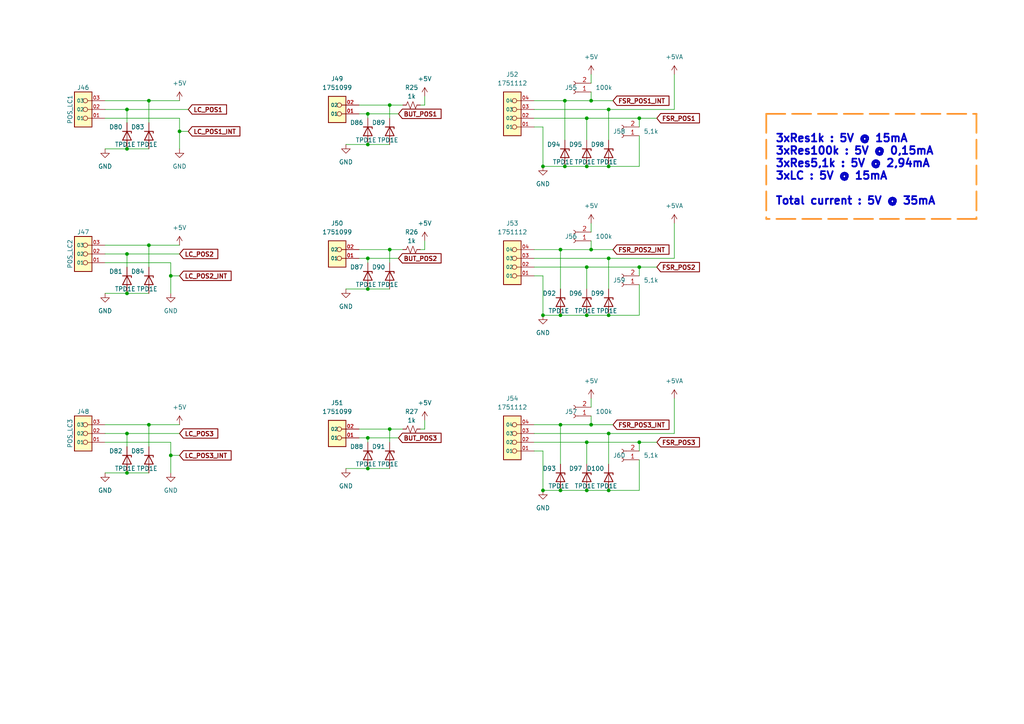
<source format=kicad_sch>
(kicad_sch (version 20211123) (generator eeschema)
  (paper "A4")
  (lib_symbols
    (symbol "Connector:Conn_01x02_Female" (pin_names (offset 1.016) hide)
      (property "Reference" "J" (at 0 2.54 0))
      (property "Value" "Conn_01x02_Female" (at 0 -5.08 0))
      (symbol "Conn_01x02_Female_1_1"
        (arc (start 0 -2.032) (mid -0.508 -2.54) (end 0 -3.048) (stroke (width 0.1524)))
        (polyline (pts (xy -1.27 -2.54) (xy -0.508 -2.54)) (stroke (width 0.1524)))
        (polyline (pts (xy -1.27 0) (xy -0.508 0)) (stroke (width 0.1524)))
        (arc (start 0 0.508) (mid -0.508 0) (end 0 -0.508) (stroke (width 0.1524)))
        (pin passive line (at -5.08 0 0) (length 3.81) (name "Pin_1") (number "1"))
        (pin passive line (at -5.08 -2.54 0) (length 3.81) (name "Pin_2") (number "2"))
      )
    )
    (symbol "Device:D_Zener" (pin_numbers hide) (pin_names (offset 1.016) hide)
      (property "Reference" "D" (at 0 2.54 0))
      (property "Value" "D_Zener" (at 0 -2.54 0))
      (symbol "D_Zener_0_1"
        (polyline (pts (xy 1.27 0) (xy -1.27 0)))
        (polyline (pts (xy -1.27 -1.27) (xy -1.27 1.27) (xy -0.762 1.27)) (stroke (width 0.254)))
        (polyline (pts (xy 1.27 -1.27) (xy 1.27 1.27) (xy -1.27 0) (xy 1.27 -1.27)) (stroke (width 0.254)))
      )
      (symbol "D_Zener_1_1"
        (pin passive line (at -3.81 0 0) (length 2.54) (name "K") (number "1"))
        (pin passive line (at 3.81 0 180) (length 2.54) (name "A") (number "2"))
      )
    )
    (symbol "Device:R_Small_US" (pin_numbers hide) (pin_names (offset 0.254) hide)
      (property "Reference" "R" (at 0.762 0.508 0))
      (property "Value" "R_Small_US" (at 0.762 -1.016 0))
      (symbol "R_Small_US_1_1"
        (polyline (pts (xy 0 0) (xy 1.016 -0.381) (xy 0 -0.762) (xy -1.016 -1.143) (xy 0 -1.524)))
        (polyline (pts (xy 0 1.524) (xy 1.016 1.143) (xy 0 0.762) (xy -1.016 0.381) (xy 0 0)))
        (pin passive line (at 0 2.54 270) (length 1.016) (name "~") (number "1"))
        (pin passive line (at 0 -2.54 90) (length 1.016) (name "~") (number "2"))
      )
    )
    (symbol "SymLib:1751099" (pin_names (offset 1.016))
      (property "Reference" "J" (at -6.85 5.08 0))
      (property "Value" "1751099" (at -6.35 -5.08 0))
      (symbol "1751099_0_0"
        (rectangle (start -6.35 5.08) (end -1.27 -2.54) (stroke (width 0.254)) (fill (type background)))
        (circle (center -4.445 0) (radius 0.635) (stroke (width 0.1524)))
        (circle (center -4.445 2.54) (radius 0.635) (stroke (width 0.1524)))
        (pin passive line (at -10.16 2.54 0) (length 5.08) (name "01") (number "01"))
        (pin passive line (at -10.16 0 0) (length 5.08) (name "02") (number "02"))
      )
    )
    (symbol "SymLib:1751109" (pin_names (offset 1.016))
      (property "Reference" "J" (at -6.85 5.08 0))
      (property "Value" "1751109" (at -6.35 -7.62 0))
      (symbol "1751109_0_0"
        (rectangle (start -6.35 5.08) (end -1.27 -5.08) (stroke (width 0.254)) (fill (type background)))
        (circle (center -4.445 -2.54) (radius 0.635) (stroke (width 0.1524)))
        (circle (center -4.445 0) (radius 0.635) (stroke (width 0.1524)))
        (circle (center -4.445 2.54) (radius 0.635) (stroke (width 0.1524)))
        (pin passive line (at -10.16 2.54 0) (length 5.08) (name "01") (number "01"))
        (pin passive line (at -10.16 0 0) (length 5.08) (name "02") (number "02"))
        (pin passive line (at -10.16 -2.54 0) (length 5.08) (name "03") (number "03"))
      )
    )
    (symbol "SymLib:1751112" (pin_names (offset 1.016))
      (property "Reference" "J" (at -6.85 7.62 0))
      (property "Value" "1751112" (at -6.35 -7.62 0))
      (symbol "1751112_0_0"
        (rectangle (start -6.35 7.62) (end -1.27 -5.08) (stroke (width 0.254)) (fill (type background)))
        (circle (center -4.445 -2.54) (radius 0.635) (stroke (width 0.1524)))
        (circle (center -4.445 0) (radius 0.635) (stroke (width 0.1524)))
        (circle (center -4.445 2.54) (radius 0.635) (stroke (width 0.1524)))
        (circle (center -4.445 5.08) (radius 0.635) (stroke (width 0.1524)))
        (pin passive line (at -10.16 5.08 0) (length 5.08) (name "01") (number "01"))
        (pin passive line (at -10.16 2.54 0) (length 5.08) (name "02") (number "02"))
        (pin passive line (at -10.16 0 0) (length 5.08) (name "03") (number "03"))
        (pin passive line (at -10.16 -2.54 0) (length 5.08) (name "04") (number "04"))
      )
    )
    (symbol "power:+5V" (power) (pin_names (offset 0))
      (property "Value" "+5V" (at 0 3.556 0))
      (symbol "+5V_0_1"
        (polyline (pts (xy -0.762 1.27) (xy 0 2.54)))
        (polyline (pts (xy 0 0) (xy 0 2.54)))
        (polyline (pts (xy 0 2.54) (xy 0.762 1.27)))
      )
      (symbol "+5V_1_1"
        (pin power_in line (at 0 0 90) (length 0) hide (name "+5V") (number "1"))
      )
    )
    (symbol "power:+5VA" (power) (pin_names (offset 0))
      (property "Value" "+5VA" (at 0 3.556 0))
      (symbol "+5VA_0_1"
        (polyline (pts (xy -0.762 1.27) (xy 0 2.54)))
        (polyline (pts (xy 0 0) (xy 0 2.54)))
        (polyline (pts (xy 0 2.54) (xy 0.762 1.27)))
      )
      (symbol "+5VA_1_1"
        (pin power_in line (at 0 0 90) (length 0) hide (name "+5VA") (number "1"))
      )
    )
    (symbol "power:GND" (power) (pin_names (offset 0))
      (property "Value" "GND" (at 0 -3.81 0))
      (symbol "GND_0_1"
        (polyline (pts (xy 0 0) (xy 0 -1.27) (xy 1.27 -1.27) (xy 0 -2.54) (xy -1.27 -1.27) (xy 0 -1.27)))
      )
      (symbol "GND_1_1"
        (pin power_in line (at 0 0 270) (length 0) hide (name "GND") (number "1"))
      )
    )
  )
  (junction (at 157.48 48.26))
  (junction (at 36.83 73.66))
  (junction (at 185.42 34.29))
  (junction (at 36.83 125.73))
  (junction (at 106.68 41.91))
  (junction (at 170.18 48.26))
  (junction (at 113.03 124.46))
  (junction (at 170.18 142.24))
  (junction (at 43.18 123.19))
  (junction (at 176.53 142.24))
  (junction (at 162.56 72.39))
  (junction (at 171.45 123.19))
  (junction (at 171.45 29.21))
  (junction (at 52.07 38.1))
  (junction (at 163.83 48.26))
  (junction (at 176.53 74.93))
  (junction (at 176.53 125.73))
  (junction (at 162.56 123.19))
  (junction (at 43.18 29.21))
  (junction (at 106.68 83.82))
  (junction (at 185.42 128.27))
  (junction (at 36.83 31.75))
  (junction (at 49.53 80.01))
  (junction (at 162.56 142.24))
  (junction (at 49.53 132.08))
  (junction (at 170.18 91.44))
  (junction (at 157.48 142.24))
  (junction (at 176.53 48.26))
  (junction (at 163.83 29.21))
  (junction (at 170.18 77.47))
  (junction (at 185.42 77.47))
  (junction (at 36.83 85.09))
  (junction (at 157.48 91.44))
  (junction (at 106.68 33.02))
  (junction (at 113.03 72.39))
  (junction (at 162.56 91.44))
  (junction (at 176.53 31.75))
  (junction (at 106.68 127))
  (junction (at 36.83 43.18))
  (junction (at 170.18 128.27))
  (junction (at 176.53 91.44))
  (junction (at 113.03 30.48))
  (junction (at 36.83 137.16))
  (junction (at 106.68 74.93))
  (junction (at 43.18 71.12))
  (junction (at 171.45 72.39))
  (junction (at 170.18 34.29))
  (junction (at 106.68 135.89))
  (wire (pts (xy 106.68 128.27) (xy 106.68 127)))
  (wire (pts (xy 170.18 142.24) (xy 176.53 142.24)))
  (wire (pts (xy 154.94 125.73) (xy 176.53 125.73)))
  (polyline (pts (xy 222.25 33.02) (xy 283.21 33.02)) (stroke (width 0.5) (type dash) (color 255 148 44 1)))
  (wire (pts (xy 170.18 77.47) (xy 185.42 77.47)))
  (wire (pts (xy 52.07 38.1) (xy 54.61 38.1)))
  (wire (pts (xy 30.48 43.18) (xy 36.83 43.18)))
  (wire (pts (xy 185.42 77.47) (xy 185.42 80.01)))
  (wire (pts (xy 104.14 124.46) (xy 113.03 124.46)))
  (wire (pts (xy 176.53 31.75) (xy 195.58 31.75)))
  (wire (pts (xy 157.48 36.83) (xy 157.48 48.26)))
  (wire (pts (xy 106.68 135.89) (xy 113.03 135.89)))
  (wire (pts (xy 154.94 80.01) (xy 157.48 80.01)))
  (wire (pts (xy 30.48 128.27) (xy 49.53 128.27)))
  (wire (pts (xy 163.83 29.21) (xy 154.94 29.21)))
  (wire (pts (xy 185.42 34.29) (xy 190.5 34.29)))
  (wire (pts (xy 170.18 128.27) (xy 154.94 128.27)))
  (polyline (pts (xy 283.21 33.02) (xy 283.21 63.5)) (stroke (width 0.5) (type dash) (color 255 148 44 1)))
  (wire (pts (xy 36.83 125.73) (xy 52.07 125.73)))
  (wire (pts (xy 30.48 71.12) (xy 43.18 71.12)))
  (wire (pts (xy 154.94 74.93) (xy 176.53 74.93)))
  (wire (pts (xy 36.83 137.16) (xy 43.18 137.16)))
  (wire (pts (xy 171.45 72.39) (xy 177.8 72.39)))
  (wire (pts (xy 30.48 125.73) (xy 36.83 125.73)))
  (wire (pts (xy 185.42 77.47) (xy 190.5 77.47)))
  (wire (pts (xy 123.19 121.92) (xy 123.19 124.46)))
  (wire (pts (xy 49.53 80.01) (xy 49.53 85.09)))
  (wire (pts (xy 171.45 24.13) (xy 171.45 21.59)))
  (wire (pts (xy 115.57 127) (xy 106.68 127)))
  (wire (pts (xy 36.83 85.09) (xy 43.18 85.09)))
  (wire (pts (xy 30.48 34.29) (xy 52.07 34.29)))
  (wire (pts (xy 157.48 80.01) (xy 157.48 91.44)))
  (wire (pts (xy 195.58 115.57) (xy 195.58 125.73)))
  (wire (pts (xy 170.18 34.29) (xy 154.94 34.29)))
  (wire (pts (xy 36.83 73.66) (xy 52.07 73.66)))
  (wire (pts (xy 163.83 29.21) (xy 163.83 40.64)))
  (wire (pts (xy 171.45 69.85) (xy 171.45 72.39)))
  (wire (pts (xy 36.83 73.66) (xy 36.83 77.47)))
  (wire (pts (xy 170.18 34.29) (xy 185.42 34.29)))
  (wire (pts (xy 185.42 128.27) (xy 190.5 128.27)))
  (wire (pts (xy 30.48 137.16) (xy 36.83 137.16)))
  (wire (pts (xy 113.03 72.39) (xy 113.03 76.2)))
  (wire (pts (xy 106.68 34.29) (xy 106.68 33.02)))
  (wire (pts (xy 171.45 120.65) (xy 171.45 123.19)))
  (wire (pts (xy 185.42 128.27) (xy 185.42 130.81)))
  (wire (pts (xy 43.18 123.19) (xy 52.07 123.19)))
  (wire (pts (xy 52.07 38.1) (xy 52.07 43.18)))
  (wire (pts (xy 43.18 71.12) (xy 43.18 77.47)))
  (wire (pts (xy 185.42 91.44) (xy 176.53 91.44)))
  (wire (pts (xy 185.42 39.37) (xy 185.42 48.26)))
  (wire (pts (xy 170.18 91.44) (xy 176.53 91.44)))
  (wire (pts (xy 115.57 74.93) (xy 106.68 74.93)))
  (wire (pts (xy 100.33 83.82) (xy 106.68 83.82)))
  (wire (pts (xy 30.48 76.2) (xy 49.53 76.2)))
  (wire (pts (xy 154.94 31.75) (xy 176.53 31.75)))
  (wire (pts (xy 170.18 128.27) (xy 185.42 128.27)))
  (wire (pts (xy 43.18 123.19) (xy 43.18 129.54)))
  (wire (pts (xy 123.19 69.85) (xy 123.19 72.39)))
  (wire (pts (xy 157.48 91.44) (xy 162.56 91.44)))
  (wire (pts (xy 30.48 29.21) (xy 43.18 29.21)))
  (wire (pts (xy 52.07 34.29) (xy 52.07 38.1)))
  (wire (pts (xy 123.19 27.94) (xy 123.19 30.48)))
  (wire (pts (xy 36.83 43.18) (xy 43.18 43.18)))
  (wire (pts (xy 113.03 30.48) (xy 116.84 30.48)))
  (wire (pts (xy 170.18 48.26) (xy 176.53 48.26)))
  (wire (pts (xy 171.45 29.21) (xy 163.83 29.21)))
  (wire (pts (xy 100.33 41.91) (xy 106.68 41.91)))
  (wire (pts (xy 185.42 48.26) (xy 176.53 48.26)))
  (wire (pts (xy 185.42 133.35) (xy 185.42 142.24)))
  (wire (pts (xy 170.18 34.29) (xy 170.18 40.64)))
  (wire (pts (xy 30.48 85.09) (xy 36.83 85.09)))
  (wire (pts (xy 171.45 67.31) (xy 171.45 64.77)))
  (wire (pts (xy 195.58 64.77) (xy 195.58 74.93)))
  (wire (pts (xy 123.19 30.48) (xy 121.92 30.48)))
  (wire (pts (xy 30.48 123.19) (xy 43.18 123.19)))
  (wire (pts (xy 162.56 123.19) (xy 154.94 123.19)))
  (wire (pts (xy 49.53 80.01) (xy 52.07 80.01)))
  (wire (pts (xy 176.53 74.93) (xy 195.58 74.93)))
  (wire (pts (xy 123.19 72.39) (xy 121.92 72.39)))
  (wire (pts (xy 106.68 74.93) (xy 104.14 74.93)))
  (wire (pts (xy 36.83 31.75) (xy 54.61 31.75)))
  (wire (pts (xy 100.33 135.89) (xy 106.68 135.89)))
  (wire (pts (xy 163.83 48.26) (xy 170.18 48.26)))
  (wire (pts (xy 185.42 82.55) (xy 185.42 91.44)))
  (wire (pts (xy 113.03 30.48) (xy 113.03 34.29)))
  (wire (pts (xy 123.19 124.46) (xy 121.92 124.46)))
  (wire (pts (xy 195.58 21.59) (xy 195.58 31.75)))
  (wire (pts (xy 162.56 142.24) (xy 170.18 142.24)))
  (wire (pts (xy 43.18 29.21) (xy 43.18 35.56)))
  (polyline (pts (xy 283.21 63.5) (xy 222.25 63.5)) (stroke (width 0.5) (type dash) (color 255 148 44 1)))
  (wire (pts (xy 171.45 72.39) (xy 162.56 72.39)))
  (wire (pts (xy 106.68 76.2) (xy 106.68 74.93)))
  (wire (pts (xy 104.14 30.48) (xy 113.03 30.48)))
  (wire (pts (xy 154.94 36.83) (xy 157.48 36.83)))
  (wire (pts (xy 185.42 34.29) (xy 185.42 36.83)))
  (wire (pts (xy 30.48 73.66) (xy 36.83 73.66)))
  (wire (pts (xy 157.48 130.81) (xy 157.48 142.24)))
  (wire (pts (xy 185.42 142.24) (xy 176.53 142.24)))
  (wire (pts (xy 106.68 127) (xy 104.14 127)))
  (wire (pts (xy 171.45 123.19) (xy 162.56 123.19)))
  (wire (pts (xy 49.53 128.27) (xy 49.53 132.08)))
  (wire (pts (xy 162.56 72.39) (xy 154.94 72.39)))
  (wire (pts (xy 113.03 124.46) (xy 116.84 124.46)))
  (wire (pts (xy 162.56 91.44) (xy 170.18 91.44)))
  (wire (pts (xy 49.53 132.08) (xy 49.53 137.16)))
  (wire (pts (xy 171.45 26.67) (xy 171.45 29.21)))
  (wire (pts (xy 162.56 72.39) (xy 162.56 83.82)))
  (wire (pts (xy 49.53 76.2) (xy 49.53 80.01)))
  (wire (pts (xy 170.18 77.47) (xy 154.94 77.47)))
  (wire (pts (xy 170.18 77.47) (xy 170.18 83.82)))
  (wire (pts (xy 106.68 41.91) (xy 113.03 41.91)))
  (wire (pts (xy 176.53 74.93) (xy 176.53 83.82)))
  (wire (pts (xy 115.57 33.02) (xy 106.68 33.02)))
  (wire (pts (xy 171.45 29.21) (xy 177.8 29.21)))
  (wire (pts (xy 176.53 31.75) (xy 176.53 40.64)))
  (wire (pts (xy 36.83 31.75) (xy 36.83 35.56)))
  (wire (pts (xy 43.18 29.21) (xy 52.07 29.21)))
  (wire (pts (xy 154.94 130.81) (xy 157.48 130.81)))
  (wire (pts (xy 176.53 125.73) (xy 195.58 125.73)))
  (wire (pts (xy 170.18 128.27) (xy 170.18 134.62)))
  (wire (pts (xy 30.48 31.75) (xy 36.83 31.75)))
  (wire (pts (xy 157.48 142.24) (xy 162.56 142.24)))
  (wire (pts (xy 36.83 125.73) (xy 36.83 129.54)))
  (polyline (pts (xy 222.25 33.02) (xy 222.25 63.5)) (stroke (width 0.5) (type dash) (color 255 148 44 1)))
  (wire (pts (xy 162.56 123.19) (xy 162.56 134.62)))
  (wire (pts (xy 113.03 72.39) (xy 116.84 72.39)))
  (wire (pts (xy 176.53 125.73) (xy 176.53 134.62)))
  (wire (pts (xy 106.68 83.82) (xy 113.03 83.82)))
  (wire (pts (xy 43.18 71.12) (xy 52.07 71.12)))
  (wire (pts (xy 171.45 123.19) (xy 177.8 123.19)))
  (wire (pts (xy 113.03 124.46) (xy 113.03 128.27)))
  (wire (pts (xy 49.53 132.08) (xy 52.07 132.08)))
  (wire (pts (xy 104.14 72.39) (xy 113.03 72.39)))
  (wire (pts (xy 171.45 118.11) (xy 171.45 115.57)))
  (wire (pts (xy 106.68 33.02) (xy 104.14 33.02)))
  (wire (pts (xy 157.48 48.26) (xy 163.83 48.26)))
  (text "3xRes1k : 5V @ 15mA\n3xRes100k : 5V @ 0,15mA\n3xRes5,1k : 5V @ 2,94mA\n3xLC : 5V @ 15mA\n\nTotal current : 5V @ 35mA" (at 224.79 59.69 0) (effects (font (size 2.25 2.25) (thickness 0.5) bold) (justify left bottom)))
  (global_label "LC_POS1_INT" (shape input) (at 54.61 38.1 0) (effects (font bold)) (property "Intersheet References" "${INTERSHEET_REFS}" (effects hide)))
  (global_label "BUT_POS2" (shape input) (at 115.57 74.93 0) (effects (font (thickness 0.254) bold)) (property "Intersheet References" "${INTERSHEET_REFS}" (effects hide)))
  (global_label "FSR_POS1_INT" (shape input) (at 177.8 29.21 0) (effects (font (thickness 0.254) bold)) (property "Intersheet References" "${INTERSHEET_REFS}" (effects hide)))
  (global_label "BUT_POS1" (shape input) (at 115.57 33.02 0) (effects (font (thickness 0.254) bold)) (property "Intersheet References" "${INTERSHEET_REFS}" (effects hide)))
  (global_label "FSR_POS1" (shape input) (at 190.5 34.29 0) (effects (font (thickness 0.254) bold)) (property "Intersheet References" "${INTERSHEET_REFS}" (effects hide)))
  (global_label "BUT_POS3" (shape input) (at 115.57 127 0) (effects (font (thickness 0.254) bold)) (property "Intersheet References" "${INTERSHEET_REFS}" (effects hide)))
  (global_label "FSR_POS2_INT" (shape input) (at 177.8 72.39 0) (effects (font (thickness 0.254) bold)) (property "Intersheet References" "${INTERSHEET_REFS}" (effects hide)))
  (global_label "LC_POS2_INT" (shape input) (at 52.07 80.01 0) (effects (font bold)) (property "Intersheet References" "${INTERSHEET_REFS}" (effects hide)))
  (global_label "FSR_POS3_INT" (shape input) (at 177.8 123.19 0) (effects (font (thickness 0.254) bold)) (property "Intersheet References" "${INTERSHEET_REFS}" (effects hide)))
  (global_label "FSR_POS3" (shape input) (at 190.5 128.27 0) (effects (font (thickness 0.254) bold)) (property "Intersheet References" "${INTERSHEET_REFS}" (effects hide)))
  (global_label "LC_POS1" (shape input) (at 54.61 31.75 0) (effects (font (thickness 0.254) bold)) (property "Intersheet References" "${INTERSHEET_REFS}" (effects hide)))
  (global_label "LC_POS3_INT" (shape input) (at 52.07 132.08 0) (effects (font bold)) (property "Intersheet References" "${INTERSHEET_REFS}" (effects hide)))
  (global_label "FSR_POS2" (shape input) (at 190.5 77.47 0) (effects (font (thickness 0.254) bold)) (property "Intersheet References" "${INTERSHEET_REFS}" (effects hide)))
  (global_label "LC_POS3" (shape input) (at 52.07 125.73 0) (effects (font (thickness 0.254) bold)) (property "Intersheet References" "${INTERSHEET_REFS}" (effects hide)))
  (global_label "LC_POS2" (shape input) (at 52.07 73.66 0) (effects (font (thickness 0.254) bold)) (property "Intersheet References" "${INTERSHEET_REFS}" (effects hide)))
  (symbol (lib_id "Device:D_Zener") (at 43.18 81.28 270) (unit 1)
    (property "Reference" "D84" (at 41.91 78.74 90) (effects (justify right)))
    (property "Value" "TPD1E" (at 45.72 83.82 90) (effects (justify right)))
    (property "Footprint" "FootPrint:DPY2_TEX" (effects hide))
  )
  (symbol (lib_id "Device:D_Zener") (at 43.18 133.35 270) (unit 1)
    (property "Reference" "D85" (at 41.91 130.81 90) (effects (justify right)))
    (property "Value" "TPD1E" (at 45.72 135.89 90) (effects (justify right)))
    (property "Footprint" "FootPrint:DPY2_TEX" (effects hide))
  )
  (symbol (lib_id "power:+5V") (at 52.07 71.12 0) (unit 1)
    (property "Reference" "#PWR0100" (effects hide))
    (property "Value" "+5V" (at 52.07 66.04 0))
  )
  (symbol (lib_id "power:GND") (at 157.48 48.26 0) (unit 1)
    (property "Reference" "#PWR0108" (effects hide))
    (property "Value" "GND" (at 157.48 53.34 0))
  )
  (symbol (lib_id "power:+5V") (at 52.07 29.21 0) (unit 1)
    (property "Reference" "#PWR098" (effects hide))
    (property "Value" "+5V" (at 52.07 24.13 0))
  )
  (symbol (lib_id "Device:D_Zener") (at 170.18 138.43 270) (unit 1)
    (property "Reference" "D97" (at 168.91 135.89 90) (effects (justify right)))
    (property "Value" "TPD1E" (at 172.72 140.97 90) (effects (justify right)))
    (property "Footprint" "FootPrint:DPY2_TEX" (effects hide))
  )
  (symbol (lib_id "power:+5V") (at 123.19 121.92 0) (unit 1)
    (property "Reference" "#PWR0107" (effects hide))
    (property "Value" "+5V" (at 123.19 116.84 0))
  )
  (symbol (lib_id "power:+5V") (at 123.19 69.85 0) (unit 1)
    (property "Reference" "#PWR0106" (effects hide))
    (property "Value" "+5V" (at 123.19 64.77 0))
  )
  (symbol (lib_id "SymLib:1751099") (at 93.98 124.46 180) (unit 1)
    (property "Reference" "J51" (at 97.79 116.84 0))
    (property "Value" "1751099" (at 97.79 119.38 0))
    (property "Footprint" "FootPrint:PHOENIX_1751099" (effects hide))
    (property "PARTREV" "03.03.2021" (effects hide))
    (property "STANDARD" "Manufacturer Recommendations" (effects hide))
    (property "MANUFACTURER" "Phoenix Contact" (effects hide))
  )
  (symbol (lib_id "Device:D_Zener") (at 113.03 132.08 270) (unit 1)
    (property "Reference" "D91" (at 111.76 129.54 90) (effects (justify right)))
    (property "Value" "TPD1E" (at 115.57 134.62 90) (effects (justify right)))
    (property "Footprint" "FootPrint:DPY2_TEX" (effects hide))
  )
  (symbol (lib_id "power:GND") (at 100.33 135.89 0) (unit 1)
    (property "Reference" "#PWR0104" (effects hide))
    (property "Value" "GND" (at 100.33 140.97 0))
  )
  (symbol (lib_id "power:GND") (at 157.48 142.24 0) (unit 1)
    (property "Reference" "#PWR0110" (effects hide))
    (property "Value" "GND" (at 157.48 147.32 0))
  )
  (symbol (lib_id "power:+5V") (at 52.07 123.19 0) (unit 1)
    (property "Reference" "#PWR0101" (effects hide))
    (property "Value" "+5V" (at 52.07 118.11 0))
  )
  (symbol (lib_id "Device:D_Zener") (at 176.53 138.43 270) (unit 1)
    (property "Reference" "D100" (at 175.26 135.89 90) (effects (justify right)))
    (property "Value" "TPD1E" (at 179.07 140.97 90) (effects (justify right)))
    (property "Footprint" "FootPrint:DPY2_TEX" (effects hide))
  )
  (symbol (lib_id "Device:D_Zener") (at 162.56 138.43 270) (unit 1)
    (property "Reference" "D93" (at 161.29 135.89 90) (effects (justify right)))
    (property "Value" "TPD1E" (at 165.1 140.97 90) (effects (justify right)))
    (property "Footprint" "FootPrint:DPY2_TEX" (effects hide))
  )
  (symbol (lib_id "SymLib:1751112") (at 144.78 125.73 180) (unit 1)
    (property "Reference" "J54" (at 148.59 115.57 0))
    (property "Value" "1751112" (at 148.59 118.11 0))
    (property "Footprint" "FootPrint:PHOENIX_1751112" (effects hide))
    (property "PARTREV" "03.03.2021" (effects hide))
    (property "STANDARD" "Manufacturer Recommendations" (effects hide))
    (property "MANUFACTURER" "Phoenix Contact" (effects hide))
  )
  (symbol (lib_id "Device:D_Zener") (at 170.18 44.45 270) (unit 1)
    (property "Reference" "D95" (at 168.91 41.91 90) (effects (justify right)))
    (property "Value" "TPD1E" (at 172.72 46.99 90) (effects (justify right)))
    (property "Footprint" "FootPrint:DPY2_TEX" (effects hide))
  )
  (symbol (lib_id "Device:D_Zener") (at 36.83 133.35 270) (unit 1)
    (property "Reference" "D82" (at 35.56 130.81 90) (effects (justify right)))
    (property "Value" "TPD1E" (at 39.37 135.89 90) (effects (justify right)))
    (property "Footprint" "FootPrint:DPY2_TEX" (effects hide))
  )
  (symbol (lib_id "power:GND") (at 100.33 41.91 0) (unit 1)
    (property "Reference" "#PWR0102" (effects hide))
    (property "Value" "GND" (at 100.33 46.99 0))
  )
  (symbol (lib_id "power:+5V") (at 171.45 21.59 0) (unit 1)
    (property "Reference" "#PWR0111" (effects hide))
    (property "Value" "+5V" (at 171.45 16.51 0))
  )
  (symbol (lib_id "power:GND") (at 30.48 43.18 0) (unit 1)
    (property "Reference" "#PWR093" (effects hide))
    (property "Value" "GND" (at 30.48 48.26 0))
  )
  (symbol (lib_id "Device:D_Zener") (at 170.18 87.63 270) (unit 1)
    (property "Reference" "D96" (at 168.91 85.09 90) (effects (justify right)))
    (property "Value" "TPD1E" (at 172.72 90.17 90) (effects (justify right)))
    (property "Footprint" "FootPrint:DPY2_TEX" (effects hide))
  )
  (symbol (lib_id "SymLib:1751112") (at 144.78 31.75 180) (unit 1)
    (property "Reference" "J52" (at 148.59 21.59 0))
    (property "Value" "1751112" (at 148.59 24.13 0))
    (property "Footprint" "FootPrint:PHOENIX_1751112" (effects hide))
    (property "PARTREV" "03.03.2021" (effects hide))
    (property "STANDARD" "Manufacturer Recommendations" (effects hide))
    (property "MANUFACTURER" "Phoenix Contact" (effects hide))
  )
  (symbol (lib_id "Connector:Conn_01x02_Female") (at 180.34 39.37 180) (unit 1)
    (property "Reference" "J58" (at 177.8 38.1 0) (effects (justify right)))
    (property "Value" "5,1k" (at 186.69 38.1 0) (effects (justify right)))
    (property "Footprint" "Connector_PinHeader_2.54mm:PinHeader_1x02_P2.54mm_Vertical" (effects hide))
  )
  (symbol (lib_id "power:GND") (at 30.48 137.16 0) (unit 1)
    (property "Reference" "#PWR095" (effects hide))
    (property "Value" "GND" (at 30.48 142.24 0))
  )
  (symbol (lib_id "Device:R_Small_US") (at 119.38 30.48 90) (unit 1)
    (property "Reference" "R25" (at 119.38 25.4 90))
    (property "Value" "1k" (at 119.38 27.94 90))
    (property "Footprint" "Resistor_SMD:R_0603_1608Metric" (effects hide))
  )
  (symbol (lib_id "power:GND") (at 49.53 137.16 0) (unit 1)
    (property "Reference" "#PWR097" (effects hide))
    (property "Value" "GND" (at 49.53 142.24 0))
  )
  (symbol (lib_id "Connector:Conn_01x02_Female") (at 166.37 26.67 180) (unit 1)
    (property "Reference" "J55" (at 163.83 25.4 0) (effects (justify right)))
    (property "Value" "100k" (at 172.72 25.4 0) (effects (justify right)))
    (property "Footprint" "Connector_PinHeader_2.54mm:PinHeader_1x02_P2.54mm_Vertical" (effects hide))
  )
  (symbol (lib_id "Device:D_Zener") (at 176.53 87.63 270) (unit 1)
    (property "Reference" "D99" (at 175.26 85.09 90) (effects (justify right)))
    (property "Value" "TPD1E" (at 179.07 90.17 90) (effects (justify right)))
    (property "Footprint" "FootPrint:DPY2_TEX" (effects hide))
  )
  (symbol (lib_id "Device:D_Zener") (at 176.53 44.45 270) (unit 1)
    (property "Reference" "D98" (at 175.26 41.91 90) (effects (justify right)))
    (property "Value" "TPD1E" (at 179.07 46.99 90) (effects (justify right)))
    (property "Footprint" "FootPrint:DPY2_TEX" (effects hide))
  )
  (symbol (lib_id "Device:D_Zener") (at 113.03 38.1 270) (unit 1)
    (property "Reference" "D89" (at 111.76 35.56 90) (effects (justify right)))
    (property "Value" "TPD1E" (at 115.57 40.64 90) (effects (justify right)))
    (property "Footprint" "FootPrint:DPY2_TEX" (effects hide))
  )
  (symbol (lib_id "Device:D_Zener") (at 36.83 39.37 270) (unit 1)
    (property "Reference" "D80" (at 35.56 36.83 90) (effects (justify right)))
    (property "Value" "TPD1E" (at 39.37 41.91 90) (effects (justify right)))
    (property "Footprint" "FootPrint:DPY2_TEX" (effects hide))
  )
  (symbol (lib_id "power:GND") (at 157.48 91.44 0) (unit 1)
    (property "Reference" "#PWR0109" (effects hide))
    (property "Value" "GND" (at 157.48 96.52 0))
  )
  (symbol (lib_id "Device:R_Small_US") (at 119.38 124.46 90) (unit 1)
    (property "Reference" "R27" (at 119.38 119.38 90))
    (property "Value" "1k" (at 119.38 121.92 90))
    (property "Footprint" "Resistor_SMD:R_0603_1608Metric" (effects hide))
  )
  (symbol (lib_id "power:GND") (at 52.07 43.18 0) (unit 1)
    (property "Reference" "#PWR099" (effects hide))
    (property "Value" "GND" (at 52.07 48.26 0))
  )
  (symbol (lib_id "SymLib:1751099") (at 93.98 30.48 180) (unit 1)
    (property "Reference" "J49" (at 97.79 22.86 0))
    (property "Value" "1751099" (at 97.79 25.4 0))
    (property "Footprint" "FootPrint:PHOENIX_1751099" (effects hide))
    (property "PARTREV" "03.03.2021" (effects hide))
    (property "STANDARD" "Manufacturer Recommendations" (effects hide))
    (property "MANUFACTURER" "Phoenix Contact" (effects hide))
  )
  (symbol (lib_id "SymLib:1751112") (at 144.78 74.93 180) (unit 1)
    (property "Reference" "J53" (at 148.59 64.77 0))
    (property "Value" "1751112" (at 148.59 67.31 0))
    (property "Footprint" "FootPrint:PHOENIX_1751112" (effects hide))
    (property "PARTREV" "03.03.2021" (effects hide))
    (property "STANDARD" "Manufacturer Recommendations" (effects hide))
    (property "MANUFACTURER" "Phoenix Contact" (effects hide))
  )
  (symbol (lib_id "power:+5V") (at 123.19 27.94 0) (unit 1)
    (property "Reference" "#PWR0105" (effects hide))
    (property "Value" "+5V" (at 123.19 22.86 0))
  )
  (symbol (lib_id "Connector:Conn_01x02_Female") (at 180.34 133.35 180) (unit 1)
    (property "Reference" "J60" (at 177.8 132.08 0) (effects (justify right)))
    (property "Value" "5,1k" (at 186.69 132.08 0) (effects (justify right)))
    (property "Footprint" "Connector_PinHeader_2.54mm:PinHeader_1x02_P2.54mm_Vertical" (effects hide))
  )
  (symbol (lib_id "SymLib:1751109") (at 20.32 73.66 180) (unit 1)
    (property "Reference" "J47" (at 24.13 67.31 0))
    (property "Value" "POS_LC2" (at 20.32 73.66 90))
    (property "Footprint" "FootPrint:PHOENIX_1751109" (effects hide))
    (property "PARTREV" "03.03.2021" (effects hide))
    (property "STANDARD" "Manufacturer Recommendations" (effects hide))
    (property "MANUFACTURER" "Phoenix Contact" (effects hide))
  )
  (symbol (lib_id "power:GND") (at 30.48 85.09 0) (unit 1)
    (property "Reference" "#PWR094" (effects hide))
    (property "Value" "GND" (at 30.48 90.17 0))
  )
  (symbol (lib_id "Connector:Conn_01x02_Female") (at 166.37 69.85 180) (unit 1)
    (property "Reference" "J56" (at 163.83 68.58 0) (effects (justify right)))
    (property "Value" "100k" (at 172.72 68.58 0) (effects (justify right)))
    (property "Footprint" "Connector_PinHeader_2.54mm:PinHeader_1x02_P2.54mm_Vertical" (effects hide))
  )
  (symbol (lib_id "Device:D_Zener") (at 106.68 132.08 270) (unit 1)
    (property "Reference" "D88" (at 105.41 129.54 90) (effects (justify right)))
    (property "Value" "TPD1E" (at 109.22 134.62 90) (effects (justify right)))
    (property "Footprint" "FootPrint:DPY2_TEX" (effects hide))
  )
  (symbol (lib_id "Device:D_Zener") (at 162.56 87.63 270) (unit 1)
    (property "Reference" "D92" (at 161.29 85.09 90) (effects (justify right)))
    (property "Value" "TPD1E" (at 165.1 90.17 90) (effects (justify right)))
    (property "Footprint" "FootPrint:DPY2_TEX" (effects hide))
  )
  (symbol (lib_id "Device:R_Small_US") (at 119.38 72.39 90) (unit 1)
    (property "Reference" "R26" (at 119.38 67.31 90))
    (property "Value" "1k" (at 119.38 69.85 90))
    (property "Footprint" "Resistor_SMD:R_0603_1608Metric" (effects hide))
  )
  (symbol (lib_id "Device:D_Zener") (at 106.68 38.1 270) (unit 1)
    (property "Reference" "D86" (at 105.41 35.56 90) (effects (justify right)))
    (property "Value" "TPD1E" (at 109.22 40.64 90) (effects (justify right)))
    (property "Footprint" "FootPrint:DPY2_TEX" (effects hide))
  )
  (symbol (lib_id "Connector:Conn_01x02_Female") (at 180.34 82.55 180) (unit 1)
    (property "Reference" "J59" (at 177.8 81.28 0) (effects (justify right)))
    (property "Value" "5,1k" (at 186.69 81.28 0) (effects (justify right)))
    (property "Footprint" "Connector_PinHeader_2.54mm:PinHeader_1x02_P2.54mm_Vertical" (effects hide))
  )
  (symbol (lib_id "SymLib:1751109") (at 20.32 31.75 180) (unit 1)
    (property "Reference" "J46" (at 24.13 25.4 0))
    (property "Value" "POS_LC1" (at 20.32 31.75 90))
    (property "Footprint" "FootPrint:PHOENIX_1751109" (effects hide))
    (property "PARTREV" "03.03.2021" (effects hide))
    (property "STANDARD" "Manufacturer Recommendations" (effects hide))
    (property "MANUFACTURER" "Phoenix Contact" (effects hide))
  )
  (symbol (lib_id "SymLib:1751099") (at 93.98 72.39 180) (unit 1)
    (property "Reference" "J50" (at 97.79 64.77 0))
    (property "Value" "1751099" (at 97.79 67.31 0))
    (property "Footprint" "FootPrint:PHOENIX_1751099" (effects hide))
    (property "PARTREV" "03.03.2021" (effects hide))
    (property "STANDARD" "Manufacturer Recommendations" (effects hide))
    (property "MANUFACTURER" "Phoenix Contact" (effects hide))
  )
  (symbol (lib_id "power:GND") (at 100.33 83.82 0) (unit 1)
    (property "Reference" "#PWR0103" (effects hide))
    (property "Value" "GND" (at 100.33 88.9 0))
  )
  (symbol (lib_id "power:+5V") (at 171.45 64.77 0) (unit 1)
    (property "Reference" "#PWR0112" (effects hide))
    (property "Value" "+5V" (at 171.45 59.69 0))
  )
  (symbol (lib_id "power:+5VA") (at 195.58 115.57 0) (unit 1)
    (property "Reference" "#PWR?" (effects hide))
    (property "Value" "+5VA" (at 195.58 110.49 0))
  )
  (symbol (lib_id "Device:D_Zener") (at 36.83 81.28 270) (unit 1)
    (property "Reference" "D81" (at 35.56 78.74 90) (effects (justify right)))
    (property "Value" "TPD1E" (at 39.37 83.82 90) (effects (justify right)))
    (property "Footprint" "FootPrint:DPY2_TEX" (effects hide))
  )
  (symbol (lib_id "Device:D_Zener") (at 163.83 44.45 270) (unit 1)
    (property "Reference" "D94" (at 162.56 41.91 90) (effects (justify right)))
    (property "Value" "TPD1E" (at 166.37 46.99 90) (effects (justify right)))
    (property "Footprint" "FootPrint:DPY2_TEX" (effects hide))
  )
  (symbol (lib_id "SymLib:1751109") (at 20.32 125.73 180) (unit 1)
    (property "Reference" "J48" (at 24.13 119.38 0))
    (property "Value" "POS_LC3" (at 20.32 125.73 90))
    (property "Footprint" "FootPrint:PHOENIX_1751109" (effects hide))
    (property "PARTREV" "03.03.2021" (effects hide))
    (property "STANDARD" "Manufacturer Recommendations" (effects hide))
    (property "MANUFACTURER" "Phoenix Contact" (effects hide))
  )
  (symbol (lib_id "power:GND") (at 49.53 85.09 0) (unit 1)
    (property "Reference" "#PWR096" (effects hide))
    (property "Value" "GND" (at 49.53 90.17 0))
  )
  (symbol (lib_id "power:+5VA") (at 195.58 64.77 0) (unit 1)
    (property "Reference" "#PWR?" (effects hide))
    (property "Value" "+5VA" (at 195.58 59.69 0))
  )
  (symbol (lib_id "Device:D_Zener") (at 43.18 39.37 270) (unit 1)
    (property "Reference" "D83" (at 41.91 36.83 90) (effects (justify right)))
    (property "Value" "TPD1E" (at 45.72 41.91 90) (effects (justify right)))
    (property "Footprint" "FootPrint:DPY2_TEX" (effects hide))
  )
  (symbol (lib_id "Device:D_Zener") (at 113.03 80.01 270) (unit 1)
    (property "Reference" "D90" (at 111.76 77.47 90) (effects (justify right)))
    (property "Value" "TPD1E" (at 115.57 82.55 90) (effects (justify right)))
    (property "Footprint" "FootPrint:DPY2_TEX" (effects hide))
  )
  (symbol (lib_id "power:+5V") (at 171.45 115.57 0) (unit 1)
    (property "Reference" "#PWR0113" (effects hide))
    (property "Value" "+5V" (at 171.45 110.49 0))
  )
  (symbol (lib_id "Device:D_Zener") (at 106.68 80.01 270) (unit 1)
    (property "Reference" "D87" (at 105.41 77.47 90) (effects (justify right)))
    (property "Value" "TPD1E" (at 109.22 82.55 90) (effects (justify right)))
    (property "Footprint" "FootPrint:DPY2_TEX" (effects hide))
  )
  (symbol (lib_id "Connector:Conn_01x02_Female") (at 166.37 120.65 180) (unit 1)
    (property "Reference" "J57" (at 163.83 119.38 0) (effects (justify right)))
    (property "Value" "100k" (at 172.72 119.38 0) (effects (justify right)))
    (property "Footprint" "Connector_PinHeader_2.54mm:PinHeader_1x02_P2.54mm_Vertical" (effects hide))
  )
  (symbol (lib_id "power:+5VA") (at 195.58 21.59 0) (unit 1)
    (property "Reference" "#PWR?" (effects hide))
    (property "Value" "+5VA" (at 195.58 16.51 0))
  )
)
</source>
